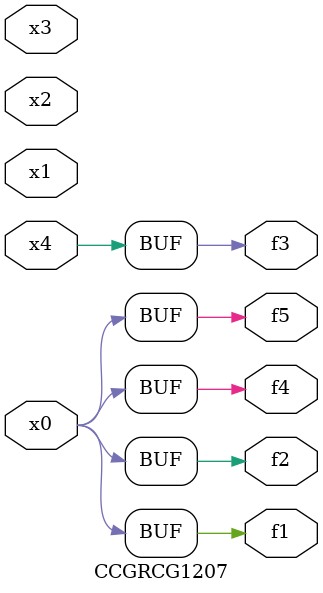
<source format=v>
module CCGRCG1207(
	input x0, x1, x2, x3, x4,
	output f1, f2, f3, f4, f5
);
	assign f1 = x0;
	assign f2 = x0;
	assign f3 = x4;
	assign f4 = x0;
	assign f5 = x0;
endmodule

</source>
